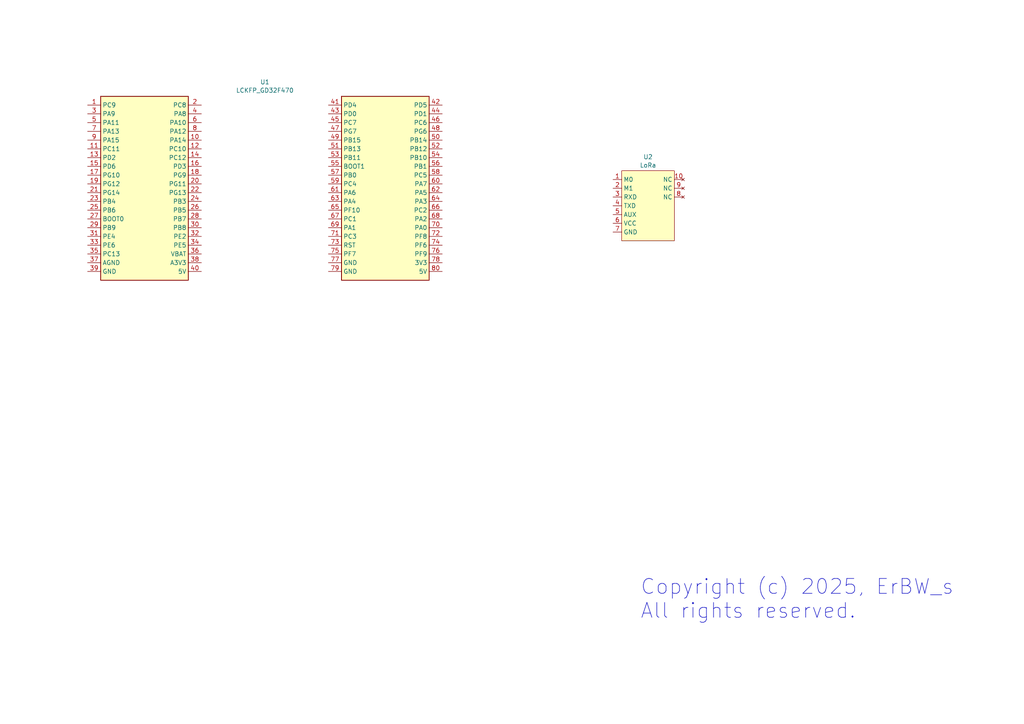
<source format=kicad_sch>
(kicad_sch (version 20231120) (generator "eeschema") (generator_version "8.0")
  (paper "A4")
  (lib_symbols
    (symbol "ErBW_s:L33_433UD22S"
      (property "Reference" "U" (at 0 13.716 0))
      (property "Value" "LoRa" (at 0 11.684 0))
      (symbol "L33_433UD22S_1_1"
        (rectangle (start -7.62 10.16) (end 7.62 -10.16) (fill (type background)))
        (pin passive line (at -10.16 7.62 0) (length 2.54) (name "M0") (number "1"))
        (pin no_connect line (at 10.16 7.62 180) (length 2.54) (name "NC") (number "10"))
        (pin passive line (at -10.16 5.08 0) (length 2.54) (name "M1") (number "2"))
        (pin passive line (at -10.16 2.54 0) (length 2.54) (name "RXD") (number "3"))
        (pin passive line (at -10.16 0 0) (length 2.54) (name "TXD") (number "4"))
        (pin passive line (at -10.16 -2.54 0) (length 2.54) (name "AUX") (number "5"))
        (pin passive line (at -10.16 -5.08 0) (length 2.54) (name "VCC") (number "6"))
        (pin passive line (at -10.16 -7.62 0) (length 2.54) (name "GND") (number "7"))
        (pin no_connect line (at 10.16 2.54 180) (length 2.54) (name "NC") (number "8"))
        (pin no_connect line (at 10.16 5.08 180) (length 2.54) (name "NC") (number "9"))
      )
    )
    (symbol "ErBW_s:LCKFB_GD32F470"
      (property "Reference" "U" (at 0 30.48 0))
      (property "Value" "LCKFP_GD32F470" (at 0 28.448 0))
      (symbol "LCKFB_GD32F470_1_0"
        (rectangle (start -45.72 26.67) (end -20.32 -26.67) (stroke (width 0.254)) (fill (type background)))
        (rectangle (start 24.13 26.67) (end 49.53 -26.67) (stroke (width 0.254)) (fill (type background)))
      )
      (symbol "LCKFB_GD32F470_1_1"
        (pin passive line (at -49.53 24.13 0) (length 3.81) (name "PC9") (number "1"))
        (pin passive line (at -16.51 13.97 180) (length 3.81) (name "PA14") (number "10"))
        (pin passive line (at -49.53 11.43 0) (length 3.81) (name "PC11") (number "11"))
        (pin passive line (at -16.51 11.43 180) (length 3.81) (name "PC10") (number "12"))
        (pin passive line (at -49.53 8.89 0) (length 3.81) (name "PD2") (number "13"))
        (pin passive line (at -16.51 8.89 180) (length 3.81) (name "PC12") (number "14"))
        (pin passive line (at -49.53 6.35 0) (length 3.81) (name "PD6") (number "15"))
        (pin passive line (at -16.51 6.35 180) (length 3.81) (name "PD3") (number "16"))
        (pin passive line (at -49.53 3.81 0) (length 3.81) (name "PG10") (number "17"))
        (pin passive line (at -16.51 3.81 180) (length 3.81) (name "PG9") (number "18"))
        (pin passive line (at -49.53 1.27 0) (length 3.81) (name "PG12") (number "19"))
        (pin passive line (at -16.51 24.13 180) (length 3.81) (name "PC8") (number "2"))
        (pin passive line (at -16.51 1.27 180) (length 3.81) (name "PG11") (number "20"))
        (pin passive line (at -49.53 -1.27 0) (length 3.81) (name "PG14") (number "21"))
        (pin passive line (at -16.51 -1.27 180) (length 3.81) (name "PG13") (number "22"))
        (pin passive line (at -49.53 -3.81 0) (length 3.81) (name "PB4") (number "23"))
        (pin passive line (at -16.51 -3.81 180) (length 3.81) (name "PB3") (number "24"))
        (pin passive line (at -49.53 -6.35 0) (length 3.81) (name "PB6") (number "25"))
        (pin passive line (at -16.51 -6.35 180) (length 3.81) (name "PB5") (number "26"))
        (pin passive line (at -49.53 -8.89 0) (length 3.81) (name "BOOT0") (number "27"))
        (pin passive line (at -16.51 -8.89 180) (length 3.81) (name "PB7") (number "28"))
        (pin passive line (at -49.53 -11.43 0) (length 3.81) (name "PB9") (number "29"))
        (pin passive line (at -49.53 21.59 0) (length 3.81) (name "PA9") (number "3"))
        (pin passive line (at -16.51 -11.43 180) (length 3.81) (name "PB8") (number "30"))
        (pin passive line (at -49.53 -13.97 0) (length 3.81) (name "PE4") (number "31"))
        (pin passive line (at -16.51 -13.97 180) (length 3.81) (name "PE2") (number "32"))
        (pin passive line (at -49.53 -16.51 0) (length 3.81) (name "PE6") (number "33"))
        (pin passive line (at -16.51 -16.51 180) (length 3.81) (name "PE5") (number "34"))
        (pin passive line (at -49.53 -19.05 0) (length 3.81) (name "PC13") (number "35"))
        (pin passive line (at -16.51 -19.05 180) (length 3.81) (name "VBAT") (number "36"))
        (pin passive line (at -49.53 -21.59 0) (length 3.81) (name "AGND") (number "37"))
        (pin passive line (at -16.51 -21.59 180) (length 3.81) (name "A3V3") (number "38"))
        (pin passive line (at -49.53 -24.13 0) (length 3.81) (name "GND") (number "39"))
        (pin passive line (at -16.51 21.59 180) (length 3.81) (name "PA8") (number "4"))
        (pin passive line (at -16.51 -24.13 180) (length 3.81) (name "5V") (number "40"))
        (pin passive line (at 20.32 24.13 0) (length 3.81) (name "PD4") (number "41"))
        (pin passive line (at 53.34 24.13 180) (length 3.81) (name "PD5") (number "42"))
        (pin passive line (at 20.32 21.59 0) (length 3.81) (name "PD0") (number "43"))
        (pin passive line (at 53.34 21.59 180) (length 3.81) (name "PD1") (number "44"))
        (pin passive line (at 20.32 19.05 0) (length 3.81) (name "PC7") (number "45"))
        (pin passive line (at 53.34 19.05 180) (length 3.81) (name "PC6") (number "46"))
        (pin passive line (at 20.32 16.51 0) (length 3.81) (name "PG7") (number "47"))
        (pin passive line (at 53.34 16.51 180) (length 3.81) (name "PG6") (number "48"))
        (pin passive line (at 20.32 13.97 0) (length 3.81) (name "PB15") (number "49"))
        (pin passive line (at -49.53 19.05 0) (length 3.81) (name "PA11") (number "5"))
        (pin passive line (at 53.34 13.97 180) (length 3.81) (name "PB14") (number "50"))
        (pin passive line (at 20.32 11.43 0) (length 3.81) (name "PB13") (number "51"))
        (pin passive line (at 53.34 11.43 180) (length 3.81) (name "PB12") (number "52"))
        (pin passive line (at 20.32 8.89 0) (length 3.81) (name "PB11") (number "53"))
        (pin passive line (at 53.34 8.89 180) (length 3.81) (name "PB10") (number "54"))
        (pin passive line (at 20.32 6.35 0) (length 3.81) (name "BOOT1") (number "55"))
        (pin passive line (at 53.34 6.35 180) (length 3.81) (name "PB1") (number "56"))
        (pin passive line (at 20.32 3.81 0) (length 3.81) (name "PB0") (number "57"))
        (pin passive line (at 53.34 3.81 180) (length 3.81) (name "PC5") (number "58"))
        (pin passive line (at 20.32 1.27 0) (length 3.81) (name "PC4") (number "59"))
        (pin passive line (at -16.51 19.05 180) (length 3.81) (name "PA10") (number "6"))
        (pin passive line (at 53.34 1.27 180) (length 3.81) (name "PA7") (number "60"))
        (pin passive line (at 20.32 -1.27 0) (length 3.81) (name "PA6") (number "61"))
        (pin passive line (at 53.34 -1.27 180) (length 3.81) (name "PA5") (number "62"))
        (pin passive line (at 20.32 -3.81 0) (length 3.81) (name "PA4") (number "63"))
        (pin passive line (at 53.34 -3.81 180) (length 3.81) (name "PA3") (number "64"))
        (pin passive line (at 20.32 -6.35 0) (length 3.81) (name "PF10") (number "65"))
        (pin passive line (at 53.34 -6.35 180) (length 3.81) (name "PC2") (number "66"))
        (pin passive line (at 20.32 -8.89 0) (length 3.81) (name "PC1") (number "67"))
        (pin passive line (at 53.34 -8.89 180) (length 3.81) (name "PA2") (number "68"))
        (pin passive line (at 20.32 -11.43 0) (length 3.81) (name "PA1") (number "69"))
        (pin passive line (at -49.53 16.51 0) (length 3.81) (name "PA13") (number "7"))
        (pin passive line (at 53.34 -11.43 180) (length 3.81) (name "PA0") (number "70"))
        (pin passive line (at 20.32 -13.97 0) (length 3.81) (name "PC3") (number "71"))
        (pin passive line (at 53.34 -13.97 180) (length 3.81) (name "PF8") (number "72"))
        (pin passive line (at 20.32 -16.51 0) (length 3.81) (name "RST") (number "73"))
        (pin passive line (at 53.34 -16.51 180) (length 3.81) (name "PF6") (number "74"))
        (pin passive line (at 20.32 -19.05 0) (length 3.81) (name "PF7") (number "75"))
        (pin passive line (at 53.34 -19.05 180) (length 3.81) (name "PF9") (number "76"))
        (pin passive line (at 20.32 -21.59 0) (length 3.81) (name "GND") (number "77"))
        (pin passive line (at 53.34 -21.59 180) (length 3.81) (name "3V3") (number "78"))
        (pin passive line (at 20.32 -24.13 0) (length 3.81) (name "GND") (number "79"))
        (pin passive line (at -16.51 16.51 180) (length 3.81) (name "PA12") (number "8"))
        (pin passive line (at 53.34 -24.13 180) (length 3.81) (name "5V") (number "80"))
        (pin passive line (at -49.53 13.97 0) (length 3.81) (name "PA15") (number "9"))
      )
    )
  )
  (text "Copyright (c) 2025, ErBW_s\nAll rights reserved." (at 185.674 179.832 0) (effects (font (size 4.318 4.318)) (justify left bottom)))
  (symbol (lib_id "ErBW_s:L33_433UD22S") (at 187.96 59.69 0) (unit 1)
    (property "Reference" "U2" (at 187.96 45.5125 0))
    (property "Value" "LoRa" (at 187.96 47.9368 0))
  )
  (symbol (lib_id "ErBW_s:LCKFB_GD32F470") (at 74.93 54.61 0) (unit 1)
    (property "Reference" "U1" (at 76.835 23.7955 0))
    (property "Value" "LCKFP_GD32F470" (at 76.835 26.2198 0))
  )
)
</source>
